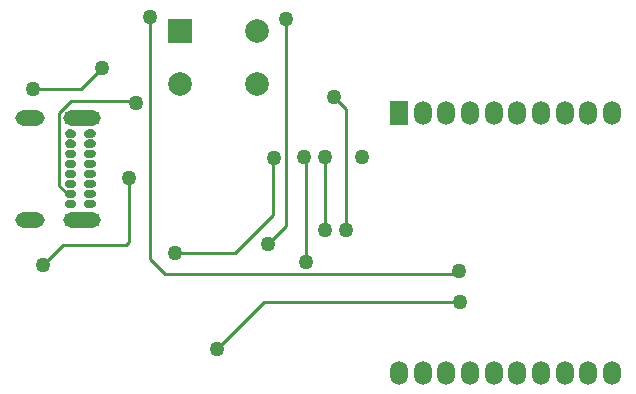
<source format=gbl>
G04*
G04 #@! TF.GenerationSoftware,Altium Limited,CircuitMaker,2.2.1 (2.2.1.6)*
G04*
G04 Layer_Physical_Order=3*
G04 Layer_Color=11436288*
%FSLAX42Y42*%
%MOMM*%
G71*
G04*
G04 #@! TF.SameCoordinates,5355ADBA-153D-489E-8AFD-21DFC59981DC*
G04*
G04*
G04 #@! TF.FilePolarity,Positive*
G04*
G01*
G75*
%ADD11C,0.25*%
%ADD39C,2.00*%
%ADD40R,2.00X2.00*%
%ADD41O,1.52X2.03*%
%ADD42R,1.52X2.03*%
G04:AMPARAMS|DCode=43|XSize=1.3mm|YSize=2.5mm|CornerRadius=0.65mm|HoleSize=0mm|Usage=FLASHONLY|Rotation=270.000|XOffset=0mm|YOffset=0mm|HoleType=Round|Shape=RoundedRectangle|*
%AMROUNDEDRECTD43*
21,1,1.30,1.20,0,0,270.0*
21,1,0.00,2.50,0,0,270.0*
1,1,1.30,-0.60,0.00*
1,1,1.30,-0.60,0.00*
1,1,1.30,0.60,0.00*
1,1,1.30,0.60,0.00*
%
%ADD43ROUNDEDRECTD43*%
G04:AMPARAMS|DCode=44|XSize=1.3mm|YSize=3.2mm|CornerRadius=0.65mm|HoleSize=0mm|Usage=FLASHONLY|Rotation=270.000|XOffset=0mm|YOffset=0mm|HoleType=Round|Shape=RoundedRectangle|*
%AMROUNDEDRECTD44*
21,1,1.30,1.90,0,0,270.0*
21,1,0.00,3.20,0,0,270.0*
1,1,1.30,-0.95,0.00*
1,1,1.30,-0.95,0.00*
1,1,1.30,0.95,0.00*
1,1,1.30,0.95,0.00*
%
%ADD44ROUNDEDRECTD44*%
%ADD45C,0.70*%
%ADD46C,1.27*%
G36*
X3040Y9827D02*
X3012D01*
X3006D01*
X2993Y9832D01*
X2983Y9842D01*
X2977Y9855D01*
Y9862D01*
Y9869D01*
X2983Y9882D01*
X2993Y9892D01*
X3006Y9897D01*
X3012D01*
D01*
X3040D01*
Y9827D01*
D02*
G37*
G36*
Y9912D02*
X3012D01*
X3006D01*
X2993Y9917D01*
X2983Y9927D01*
X2977Y9940D01*
Y9947D01*
Y9954D01*
X2983Y9967D01*
X2993Y9977D01*
X3006Y9982D01*
X3012D01*
D01*
X3040D01*
Y9912D01*
D02*
G37*
G36*
X3175Y9897D02*
X3203D01*
X3209D01*
X3222Y9892D01*
X3232Y9882D01*
X3238Y9869D01*
Y9862D01*
Y9855D01*
X3232Y9842D01*
X3222Y9832D01*
X3209Y9827D01*
X3203D01*
D01*
X3175D01*
Y9897D01*
D02*
G37*
G36*
Y9982D02*
X3203D01*
X3209D01*
X3222Y9977D01*
X3232Y9967D01*
X3238Y9954D01*
Y9947D01*
Y9940D01*
X3232Y9927D01*
X3222Y9917D01*
X3209Y9912D01*
X3203D01*
D01*
X3175D01*
Y9982D01*
D02*
G37*
G36*
X3040Y9997D02*
X3012D01*
X3006D01*
X2993Y10002D01*
X2983Y10012D01*
X2977Y10025D01*
Y10032D01*
Y10039D01*
X2983Y10052D01*
X2993Y10062D01*
X3006Y10067D01*
X3012D01*
D01*
X3040D01*
Y9997D01*
D02*
G37*
G36*
Y10082D02*
X3012D01*
X3006D01*
X2993Y10087D01*
X2983Y10097D01*
X2977Y10110D01*
Y10117D01*
Y10124D01*
X2983Y10137D01*
X2993Y10147D01*
X3006Y10152D01*
X3012D01*
D01*
X3040D01*
Y10082D01*
D02*
G37*
G36*
X3175Y10067D02*
X3203D01*
X3209D01*
X3222Y10062D01*
X3232Y10052D01*
X3238Y10039D01*
Y10032D01*
Y10025D01*
X3232Y10012D01*
X3222Y10002D01*
X3209Y9997D01*
X3203D01*
D01*
X3175D01*
Y10067D01*
D02*
G37*
G36*
Y10152D02*
X3203D01*
X3209D01*
X3222Y10147D01*
X3232Y10137D01*
X3238Y10124D01*
Y10117D01*
Y10110D01*
X3232Y10097D01*
X3222Y10087D01*
X3209Y10082D01*
X3203D01*
D01*
X3175D01*
Y10152D01*
D02*
G37*
G36*
X3040Y10167D02*
X3012D01*
X3006D01*
X2993Y10172D01*
X2983Y10182D01*
X2977Y10195D01*
Y10202D01*
Y10209D01*
X2983Y10222D01*
X2993Y10232D01*
X3006Y10237D01*
X3012D01*
D01*
X3040D01*
Y10167D01*
D02*
G37*
G36*
Y10252D02*
X3012D01*
X3006D01*
X2993Y10257D01*
X2983Y10267D01*
X2977Y10280D01*
Y10287D01*
Y10294D01*
X2983Y10307D01*
X2993Y10317D01*
X3006Y10322D01*
X3012D01*
D01*
X3040D01*
Y10252D01*
D02*
G37*
G36*
X3175Y10237D02*
X3203D01*
X3209D01*
X3222Y10232D01*
X3232Y10222D01*
X3238Y10209D01*
Y10202D01*
Y10195D01*
X3232Y10182D01*
X3222Y10172D01*
X3209Y10167D01*
X3203D01*
D01*
X3175D01*
Y10237D01*
D02*
G37*
G36*
Y10322D02*
X3203D01*
X3209D01*
X3222Y10317D01*
X3232Y10307D01*
X3238Y10294D01*
Y10287D01*
Y10280D01*
X3232Y10267D01*
X3222Y10257D01*
X3209Y10252D01*
X3203D01*
D01*
X3175D01*
Y10322D01*
D02*
G37*
G36*
X3040Y10337D02*
X3012D01*
X3006D01*
X2993Y10342D01*
X2983Y10352D01*
X2977Y10365D01*
Y10372D01*
Y10379D01*
X2983Y10392D01*
X2993Y10402D01*
X3006Y10407D01*
X3012D01*
D01*
X3040D01*
Y10337D01*
D02*
G37*
G36*
Y10422D02*
X3012D01*
X3006D01*
X2993Y10427D01*
X2983Y10437D01*
X2977Y10450D01*
Y10457D01*
Y10464D01*
X2983Y10477D01*
X2993Y10487D01*
X3006Y10492D01*
X3012D01*
D01*
X3040D01*
Y10422D01*
D02*
G37*
G36*
X3175Y10407D02*
X3203D01*
X3209D01*
X3222Y10402D01*
X3232Y10392D01*
X3238Y10379D01*
Y10372D01*
Y10365D01*
X3232Y10352D01*
X3222Y10342D01*
X3209Y10337D01*
X3203D01*
D01*
X3175D01*
Y10407D01*
D02*
G37*
G36*
Y10492D02*
X3203D01*
X3209D01*
X3222Y10487D01*
X3232Y10477D01*
X3238Y10464D01*
Y10457D01*
Y10450D01*
X3232Y10437D01*
X3222Y10427D01*
X3209Y10422D01*
X3203D01*
D01*
X3175D01*
Y10492D01*
D02*
G37*
D11*
X4737Y10236D02*
X4750Y10249D01*
X4737Y9766D02*
Y10236D01*
X4420Y9449D02*
X4737Y9766D01*
X3912Y9449D02*
X4420D01*
X6287Y9271D02*
X6312Y9296D01*
X3823Y9271D02*
X6287D01*
X3696Y9398D02*
X3823Y9271D01*
X3696Y9398D02*
Y11443D01*
X2982Y9959D02*
X3052D01*
X3024Y10732D02*
X3569D01*
X3581Y10719D01*
X2927Y10634D02*
X3024Y10732D01*
X4661Y9030D02*
X6325D01*
X4267Y8636D02*
X4661Y9030D01*
X5258Y10770D02*
X5359Y10668D01*
Y9639D02*
Y10668D01*
X4699Y9525D02*
X4851Y9677D01*
Y11430D01*
X5182Y9639D02*
Y10262D01*
X5004D02*
X5017Y10249D01*
Y9373D02*
Y10249D01*
X2705Y10833D02*
X3111D01*
X3289Y11011D01*
X2794Y9347D02*
X2959Y9512D01*
X3518Y9538D02*
Y10084D01*
X3492Y9512D02*
X3518Y9538D01*
X2959Y9512D02*
X3492D01*
X2927Y10014D02*
Y10634D01*
Y10014D02*
X2982Y9959D01*
X3040Y9947D02*
X3052Y9959D01*
X3040Y9947D02*
X3040D01*
D39*
X4600Y10878D02*
D03*
X3950D02*
D03*
X4600Y11328D02*
D03*
D40*
X3950D02*
D03*
D41*
X7610Y10632D02*
D03*
X7409D02*
D03*
X7209D02*
D03*
X7008D02*
D03*
X6807D02*
D03*
X6607D02*
D03*
X6406D02*
D03*
X6205D02*
D03*
X6005D02*
D03*
X5804Y8433D02*
D03*
X6005D02*
D03*
X6205D02*
D03*
X6406D02*
D03*
X6607D02*
D03*
X6807D02*
D03*
X7008D02*
D03*
X7209D02*
D03*
X7409D02*
D03*
X7610D02*
D03*
D42*
X5804Y10632D02*
D03*
D43*
X2680Y10592D02*
D03*
Y9728D02*
D03*
D44*
X3125D02*
D03*
Y10592D02*
D03*
D45*
X3040Y9862D02*
D03*
Y9947D02*
D03*
Y10032D02*
D03*
Y10117D02*
D03*
Y10202D02*
D03*
Y10287D02*
D03*
Y10372D02*
D03*
Y10457D02*
D03*
X3175Y9862D02*
D03*
Y9947D02*
D03*
Y10032D02*
D03*
Y10117D02*
D03*
Y10202D02*
D03*
Y10287D02*
D03*
Y10372D02*
D03*
Y10457D02*
D03*
D46*
X4267Y8636D02*
D03*
X3912Y9449D02*
D03*
X4750Y10249D02*
D03*
X3581Y10719D02*
D03*
X6312Y9296D02*
D03*
X3696Y11443D02*
D03*
X6325Y9030D02*
D03*
X5488Y10257D02*
D03*
X5258Y10770D02*
D03*
X5359Y9639D02*
D03*
X5182Y10262D02*
D03*
X5004D02*
D03*
X5182Y9639D02*
D03*
X5017Y9373D02*
D03*
X2705Y10833D02*
D03*
X3289Y11011D02*
D03*
X4851Y11430D02*
D03*
X4699Y9525D02*
D03*
X2794Y9347D02*
D03*
X3518Y10084D02*
D03*
M02*

</source>
